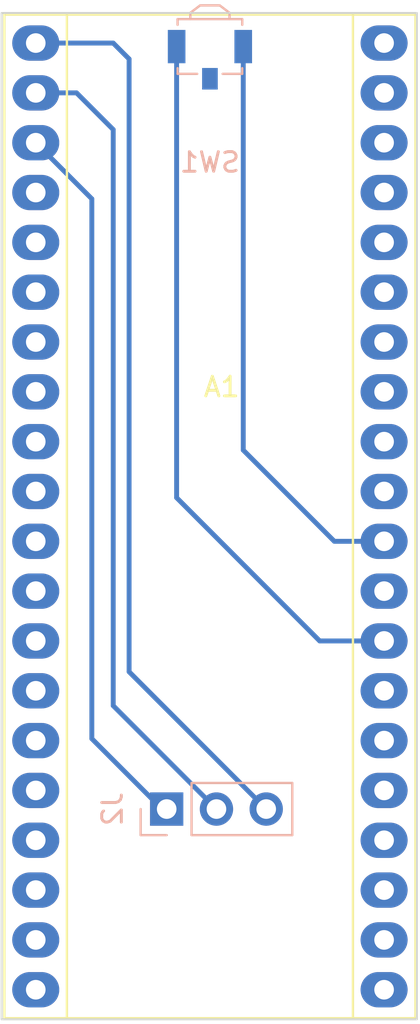
<source format=kicad_pcb>
(kicad_pcb (version 20221018) (generator pcbnew)
  (layers (0 "F.Cu" signal) (31 "B.Cu" signal) (34 "B.Paste" user) (35 "F.Paste" user) (36 "B.SilkS" user "B.Silkscreen") (37 "F.SilkS" user "F.Silkscreen") (38 "B.Mask" user) (39 "F.Mask" user) (44 "Edge.Cuts" user))
  (net 0 "")
  (net 1 "Net-(A1-GP0)")
  (net 2 "Net-(A1-GP1)")
  (net 3 "GND")
  (net 28 "Net-(A1-GND-Pad28)")
  (net 30 "Net-(A1-RUN)")
  (footprint "PCM_SL_Development_Boards:raspberry_pi_pico_THT" (layer "F.Cu") (at 111.76 81.28)
    (fp_text reference locked "A1" (at 9.49 17.53 180) (layer "F.SilkS"))
    (fp_text value locked "Raspberry_Pi_Pico_THT")
    (fp_line (start -1.6 49.71) (end 19.379999 49.71) (stroke (width 0.12)) (layer "F.SilkS"))
    (fp_line (start -1.599999 -1.45) (end -1.6 49.71) (stroke (width 0.12)) (layer "F.SilkS"))
    (fp_line (start 1.59 -1.42) (end 1.59 49.68) (stroke (width 0.12)) (layer "F.SilkS"))
    (fp_line (start 5.393334 -1.45) (end -1.599999 -1.45) (stroke (width 0.12)) (layer "F.SilkS"))
    (fp_line (start 16.19 -1.42) (end 16.19 49.63) (stroke (width 0.12)) (layer "F.SilkS"))
    (fp_line (start 19.379999 49.71) (end 19.38 -1.45) (stroke (width 0.12)) (layer "F.SilkS"))
    (fp_line (start 19.38 -1.45) (end 5.393334 -1.45) (stroke (width 0.12)) (layer "F.SilkS"))
    (pad "1" thru_hole oval (at 0 0 270) (size 1.8 2.4) (drill 1) (layers "*.Cu" "*.Mask") (net 1 "Net-(A1-GP0)"))
    (pad "2" thru_hole oval (at 0 2.54 270) (size 1.8 2.4) (drill 1) (layers "*.Cu" "*.Mask") (net 2 "Net-(A1-GP1)"))
    (pad "3" thru_hole oval (at 0 5.08 270) (size 1.8 2.4) (drill 1) (layers "*.Cu" "*.Mask") (net 3 "GND"))
    (pad "4" thru_hole oval (at 0 7.62 270) (size 1.8 2.4) (drill 1) (layers "*.Cu" "*.Mask"))
    (pad "5" thru_hole oval (at 0 10.16 270) (size 1.8 2.4) (drill 1) (layers "*.Cu" "*.Mask"))
    (pad "6" thru_hole oval (at 0 12.7 270) (size 1.8 2.4) (drill 1) (layers "*.Cu" "*.Mask"))
    (pad "7" thru_hole oval (at 0 15.24 270) (size 1.8 2.4) (drill 1) (layers "*.Cu" "*.Mask"))
    (pad "8" thru_hole oval (at 0 17.78 270) (size 1.8 2.4) (drill 1) (layers "*.Cu" "*.Mask"))
    (pad "9" thru_hole oval (at 0 20.32 270) (size 1.8 2.4) (drill 1) (layers "*.Cu" "*.Mask"))
    (pad "10" thru_hole oval (at 0 22.86 270) (size 1.8 2.4) (drill 1) (layers "*.Cu" "*.Mask"))
    (pad "11" thru_hole oval (at 0 25.4 270) (size 1.8 2.4) (drill 1) (layers "*.Cu" "*.Mask"))
    (pad "12" thru_hole oval (at 0 27.94 270) (size 1.8 2.4) (drill 1) (layers "*.Cu" "*.Mask"))
    (pad "13" thru_hole oval (at 0 30.48 270) (size 1.8 2.4) (drill 1) (layers "*.Cu" "*.Mask"))
    (pad "14" thru_hole oval (at 0 33.02 270) (size 1.8 2.4) (drill 1) (layers "*.Cu" "*.Mask"))
    (pad "15" thru_hole oval (at 0 35.56 270) (size 1.8 2.4) (drill 1) (layers "*.Cu" "*.Mask"))
    (pad "16" thru_hole oval (at 0 38.1 270) (size 1.8 2.4) (drill 1) (layers "*.Cu" "*.Mask"))
    (pad "17" thru_hole oval (at 0 40.64 270) (size 1.8 2.4) (drill 1) (layers "*.Cu" "*.Mask"))
    (pad "18" thru_hole oval (at 0 43.18 270) (size 1.8 2.4) (drill 1) (layers "*.Cu" "*.Mask"))
    (pad "19" thru_hole oval (at 0 45.72 270) (size 1.8 2.4) (drill 1) (layers "*.Cu" "*.Mask"))
    (pad "20" thru_hole oval (at 0 48.26 270) (size 1.8 2.4) (drill 1) (layers "*.Cu" "*.Mask"))
    (pad "21" thru_hole oval (at 17.78 48.26 270) (size 1.8 2.4) (drill 1) (layers "*.Cu" "*.Mask"))
    (pad "22" thru_hole oval (at 17.78 45.72 270) (size 1.8 2.4) (drill 1) (layers "*.Cu" "*.Mask"))
    (pad "23" thru_hole oval (at 17.78 43.18 270) (size 1.8 2.4) (drill 1) (layers "*.Cu" "*.Mask"))
    (pad "24" thru_hole oval (at 17.78 40.64 270) (size 1.8 2.4) (drill 1) (layers "*.Cu" "*.Mask"))
    (pad "25" thru_hole oval (at 17.78 38.1 270) (size 1.8 2.4) (drill 1) (layers "*.Cu" "*.Mask"))
    (pad "26" thru_hole oval (at 17.78 35.56 270) (size 1.8 2.4) (drill 1) (layers "*.Cu" "*.Mask"))
    (pad "27" thru_hole oval (at 17.78 33.02 270) (size 1.8 2.4) (drill 1) (layers "*.Cu" "*.Mask"))
    (pad "28" thru_hole oval (at 17.78 30.48 270) (size 1.8 2.4) (drill 1) (layers "*.Cu" "*.Mask") (net 28 "Net-(A1-GND-Pad28)"))
    (pad "29" thru_hole oval (at 17.78 27.94 270) (size 1.8 2.4) (drill 1) (layers "*.Cu" "*.Mask"))
    (pad "30" thru_hole oval (at 17.78 25.4 270) (size 1.8 2.4) (drill 1) (layers "*.Cu" "*.Mask") (net 30 "Net-(A1-RUN)"))
    (pad "31" thru_hole oval (at 17.78 22.86 270) (size 1.8 2.4) (drill 1) (layers "*.Cu" "*.Mask"))
    (pad "32" thru_hole oval (at 17.78 20.32 270) (size 1.8 2.4) (drill 1) (layers "*.Cu" "*.Mask"))
    (pad "33" thru_hole oval (at 17.78 17.78 270) (size 1.8 2.4) (drill 1) (layers "*.Cu" "*.Mask"))
    (pad "34" thru_hole oval (at 17.78 15.24 270) (size 1.8 2.4) (drill 1) (layers "*.Cu" "*.Mask"))
    (pad "35" thru_hole oval (at 17.78 12.7 270) (size 1.8 2.4) (drill 1) (layers "*.Cu" "*.Mask"))
    (pad "36" thru_hole oval (at 17.78 10.16 270) (size 1.8 2.4) (drill 1) (layers "*.Cu" "*.Mask"))
    (pad "37" thru_hole oval (at 17.78 7.62 270) (size 1.8 2.4) (drill 1) (layers "*.Cu" "*.Mask"))
    (pad "38" thru_hole oval (at 17.78 5.08 270) (size 1.8 2.4) (drill 1) (layers "*.Cu" "*.Mask"))
    (pad "39" thru_hole oval (at 17.78 2.54 270) (size 1.8 2.4) (drill 1) (layers "*.Cu" "*.Mask"))
    (pad "40" thru_hole oval (at 17.78 0 270) (size 1.8 2.4) (drill 1) (layers "*.Cu" "*.Mask"))
  )
  (footprint "Button_Switch_SMD:SW_SPST_B3U-3100P" (layer "B.Cu") (at 120.65 82.28 180)
    (fp_text reference "SW1" (at 0 -5.08) (layer "B.SilkS") (effects (justify mirror)))
    (fp_text value "Push_Button")
    (fp_line (start -1.65 -0.57) (end -0.65 -0.57) (stroke (width 0.12)) (layer "B.SilkS"))
    (fp_line (start -1.65 -0.28) (end -1.65 -0.57) (stroke (width 0.12)) (layer "B.SilkS"))
    (fp_line (start -1.65 1.93) (end -1.65 2.22) (stroke (width 0.12)) (layer "B.SilkS"))
    (fp_line (start -1.65 2.22) (end 1.65 2.22) (stroke (width 0.12)) (layer "B.SilkS"))
    (fp_line (start -1 2.54) (end -1 2.22) (stroke (width 0.12)) (layer "B.SilkS"))
    (fp_line (start -0.5 2.92) (end -1 2.54) (stroke (width 0.12)) (layer "B.SilkS"))
    (fp_line (start -0.5 2.92) (end 0.5 2.92) (stroke (width 0.12)) (layer "B.SilkS"))
    (fp_line (start 0.5 2.92) (end 1 2.54) (stroke (width 0.12)) (layer "B.SilkS"))
    (fp_line (start 1 2.54) (end 1 2.22) (stroke (width 0.12)) (layer "B.SilkS"))
    (fp_line (start 1.65 -0.57) (end 0.65 -0.57) (stroke (width 0.12)) (layer "B.SilkS"))
    (fp_line (start 1.65 -0.57) (end 1.65 -0.28) (stroke (width 0.12)) (layer "B.SilkS"))
    (fp_line (start 1.65 2.22) (end 1.65 1.93) (stroke (width 0.12)) (layer "B.SilkS"))
    (pad "1" smd rect (at -1.7 0.82 180) (size 0.9 1.7) (layers "B.Cu" "B.Paste" "B.Mask") (net 30 "Net-(A1-RUN)"))
    (pad "2" smd rect (at 1.7 0.82 180) (size 0.9 1.7) (layers "B.Cu" "B.Paste" "B.Mask") (net 28 "Net-(A1-GND-Pad28)"))
    (pad "3" smd rect (at 0 -0.82 180) (size 0.8 1.1) (layers "B.Cu" "B.Paste" "B.Mask"))
  )
  (footprint "Connector_PinSocket_2.54mm:PinSocket_1x03_P2.54mm_Vertical" (layer "B.Cu") (at 118.443146 120.329108 -90)
    (fp_text reference "J2" (at 0 2.77 -270) (layer "B.SilkS") (effects (justify mirror)))
    (fp_text value "PINHD_1x3_Female")
    (fp_line (start -1.33 -6.41) (end 1.33 -6.41) (stroke (width 0.12)) (layer "B.SilkS"))
    (fp_line (start -1.33 -1.27) (end -1.33 -6.41) (stroke (width 0.12)) (layer "B.SilkS"))
    (fp_line (start -1.33 -1.27) (end 1.33 -1.27) (stroke (width 0.12)) (layer "B.SilkS"))
    (fp_line (start 0 1.33) (end 1.33 1.33) (stroke (width 0.12)) (layer "B.SilkS"))
    (fp_line (start 1.33 -1.27) (end 1.33 -6.41) (stroke (width 0.12)) (layer "B.SilkS"))
    (fp_line (start 1.33 1.33) (end 1.33 0) (stroke (width 0.12)) (layer "B.SilkS"))
    (pad "1" thru_hole rect (at 0 0 270) (size 1.7 1.7) (drill 1) (layers "*.Cu" "*.Mask") (net 3 "GND"))
    (pad "2" thru_hole oval (at 0 -2.54 270) (size 1.7 1.7) (drill 1) (layers "*.Cu" "*.Mask") (net 2 "Net-(A1-GP1)"))
    (pad "3" thru_hole oval (at 0 -5.08 270) (size 1.7 1.7) (drill 1) (layers "*.Cu" "*.Mask") (net 1 "Net-(A1-GP0)"))
  )
  (gr_rect (start 110.018969 79.748257) (end 131.211302 131.048242) (stroke (width 0.1)) (fill none) (layer "Edge.Cuts"))
  (segment (start 115.713135 81.28) (end 116.524152 82.091017) (width 0.25) (layer "B.Cu") (net 1))
  (segment (start 111.76 81.28) (end 115.713135 81.28) (width 0.25) (layer "B.Cu") (net 1))
  (segment (start 116.524152 82.091017) (end 116.524152 113.330114) (width 0.25) (layer "B.Cu") (net 1))
  (segment (start 116.524152 113.330114) (end 123.523146 120.329108) (width 0.25) (layer "B.Cu") (net 1))
  (segment (start 115.712778 85.689394) (end 113.843384 83.82) (width 0.25) (layer "B.Cu") (net 2))
  (segment (start 120.983146 120.329108) (end 115.712778 115.05874) (width 0.25) (layer "B.Cu") (net 2))
  (segment (start 113.843384 83.82) (end 111.76 83.82) (width 0.25) (layer "B.Cu") (net 2))
  (segment (start 115.712778 115.05874) (end 115.712778 85.689394) (width 0.25) (layer "B.Cu") (net 2))
  (segment (start 118.209322 120.329108) (end 118.443146 120.329108) (width 0.25) (layer "B.Cu") (net 3))
  (segment (start 114.622847 89.222847) (end 114.622847 116.742633) (width 0.25) (layer "B.Cu") (net 3))
  (segment (start 111.76 86.36) (end 114.622847 89.222847) (width 0.25) (layer "B.Cu") (net 3))
  (segment (start 114.622847 116.742633) (end 118.209322 120.329108) (width 0.25) (layer "B.Cu") (net 3))
  (segment (start 118.95 104.456728) (end 126.253272 111.76) (width 0.25) (layer "B.Cu") (net 28))
  (segment (start 126.253272 111.76) (end 129.54 111.76) (width 0.25) (layer "B.Cu") (net 28))
  (segment (start 118.95 81.46) (end 118.95 104.456728) (width 0.25) (layer "B.Cu") (net 28))
  (segment (start 127 106.68) (end 129.54 106.68) (width 0.25) (layer "B.Cu") (net 30))
  (segment (start 122.35 81.46) (end 122.35 102.03) (width 0.25) (layer "B.Cu") (net 30))
  (segment (start 122.35 102.03) (end 127 106.68) (width 0.25) (layer "B.Cu") (net 30))
)
</source>
